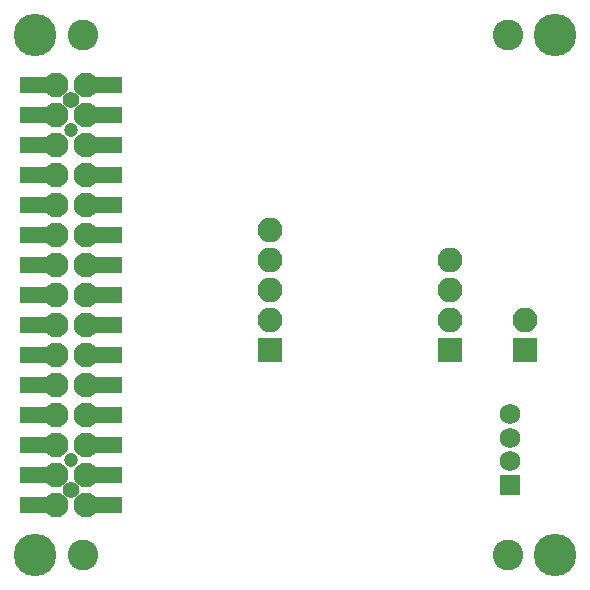
<source format=gbs>
G04 #@! TF.GenerationSoftware,KiCad,Pcbnew,(5.1.4)-1*
G04 #@! TF.CreationDate,2020-04-17T11:09:56+09:00*
G04 #@! TF.ProjectId,M5_Atom2Mbus,4d355f41-746f-46d3-924d-6275732e6b69,v0.1*
G04 #@! TF.SameCoordinates,Original*
G04 #@! TF.FileFunction,Soldermask,Bot*
G04 #@! TF.FilePolarity,Negative*
%FSLAX46Y46*%
G04 Gerber Fmt 4.6, Leading zero omitted, Abs format (unit mm)*
G04 Created by KiCad (PCBNEW (5.1.4)-1) date 2020-04-17 11:09:56*
%MOMM*%
%LPD*%
G04 APERTURE LIST*
%ADD10C,1.200000*%
%ADD11C,1.400000*%
%ADD12R,3.550000X1.400000*%
%ADD13C,2.100000*%
%ADD14R,2.100000X2.100000*%
%ADD15O,2.100000X2.100000*%
%ADD16R,1.750000X1.750000*%
%ADD17C,1.750000*%
%ADD18C,3.600000*%
%ADD19C,2.600000*%
G04 APERTURE END LIST*
D10*
X110000000Y-121970000D03*
D11*
X110000000Y-124510000D03*
D10*
X110000000Y-94030000D03*
D12*
X107475000Y-90220000D03*
D10*
X106825000Y-90220000D03*
D12*
X112555000Y-90220000D03*
X107475000Y-92760000D03*
X112555000Y-92760000D03*
X107475000Y-95300000D03*
X112555000Y-95300000D03*
X107475000Y-97840000D03*
X112555000Y-97840000D03*
X107475000Y-100380000D03*
X112555000Y-100380000D03*
X107475000Y-102920000D03*
X112555000Y-102920000D03*
X107475000Y-105460000D03*
X112555000Y-105460000D03*
X107475000Y-108000000D03*
X112555000Y-108000000D03*
X107475000Y-110540000D03*
X112555000Y-110540000D03*
X107475000Y-113080000D03*
X112555000Y-113080000D03*
X107475000Y-115620000D03*
X112555000Y-115620000D03*
X107475000Y-118160000D03*
X112555000Y-118160000D03*
X107475000Y-120700000D03*
X112555000Y-120700000D03*
X107475000Y-123240000D03*
X112555000Y-123240000D03*
X107475000Y-125780000D03*
X112555000Y-125780000D03*
D10*
X106825000Y-92760000D03*
X106825000Y-95300000D03*
X106825000Y-97840000D03*
X106825000Y-100380000D03*
X106825000Y-102920000D03*
X106825000Y-105460000D03*
X106825000Y-108000000D03*
X106825000Y-110540000D03*
X106825000Y-113080000D03*
X106825000Y-115620000D03*
X106825000Y-118160000D03*
X106825000Y-120700000D03*
X106825000Y-123240000D03*
X106825000Y-125780000D03*
X113175000Y-90220000D03*
X113175000Y-92760000D03*
X113175000Y-95300000D03*
X113175000Y-97840000D03*
X113175000Y-100380000D03*
X113175000Y-102920000D03*
X113175000Y-105460000D03*
X113175000Y-108000000D03*
X113175000Y-110540000D03*
X113175000Y-113080000D03*
X113175000Y-115620000D03*
X113175000Y-118160000D03*
X113175000Y-120700000D03*
X113175000Y-123240000D03*
X113175000Y-125780000D03*
D11*
X110000000Y-91490000D03*
D13*
X108730000Y-90220000D03*
X111270000Y-90220000D03*
X108730000Y-92760000D03*
X111270000Y-92760000D03*
X108730000Y-95300000D03*
X111270000Y-95300000D03*
X108730000Y-97840000D03*
X111270000Y-97840000D03*
X108730000Y-100380000D03*
X111270000Y-100380000D03*
X108730000Y-102920000D03*
X111270000Y-102920000D03*
X108730000Y-105460000D03*
X111270000Y-105460000D03*
X108730000Y-108000000D03*
X111270000Y-108000000D03*
X108730000Y-110540000D03*
X111270000Y-110540000D03*
X108730000Y-113080000D03*
X111270000Y-113080000D03*
X108730000Y-115620000D03*
X111270000Y-115620000D03*
X108730000Y-118160000D03*
X111270000Y-118160000D03*
X108730000Y-120700000D03*
X111270000Y-120700000D03*
X108730000Y-123240000D03*
X111270000Y-123240000D03*
X108730000Y-125780000D03*
X111270000Y-125780000D03*
D14*
X126860000Y-112680000D03*
D15*
X126860000Y-110140000D03*
X126860000Y-107600000D03*
X126860000Y-105060000D03*
X126860000Y-102520000D03*
D14*
X142100000Y-112680000D03*
D15*
X142100000Y-110140000D03*
X142100000Y-107600000D03*
X142100000Y-105060000D03*
D16*
X147180000Y-124110000D03*
D17*
X147180000Y-122110000D03*
X147180000Y-120110000D03*
X147180000Y-118110000D03*
D14*
X148450000Y-112680000D03*
D15*
X148450000Y-110140000D03*
D18*
X107000000Y-130000000D03*
X151000000Y-130000000D03*
X151000000Y-86000000D03*
X107000000Y-86000000D03*
D19*
X111000000Y-130000000D03*
X147000000Y-130000000D03*
X147000000Y-86000000D03*
X111000000Y-86000000D03*
M02*

</source>
